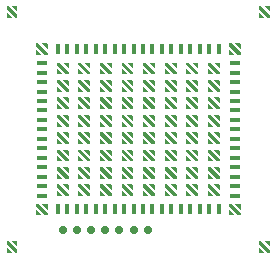
<source format=gbr>
%MOMM*%
%FSDAN2X34Y34*%
%AMROTREC*4,1,5,$1,$2,$3,$4,$5,$6,$7,$8,$9,$10,$11,$12,$13*%
%ADD10C,0.0254000*%
%ADD11C,0.1500000*%
%ADD12C,0.7200000*%
%ADD13C,0.8000000*%
%ADD14C,0.9000000*%
%ADD15C,1.0000000*%
%ADD16C,1.1000000*%
%ADD17R,0.9200000X0.4200000*%
%ADD18R,1.0000000X0.5000000*%
%ADD19R,1.1000000X0.6000000*%
%ADD20R,0.4200000X0.9200000*%
%ADD21R,0.5000000X1.0000000*%
%ADD22R,0.9000000X1.0000000*%
%ADD23R,1.0000000X1.0000000*%
%ADD24R,0.6000000X1.1000000*%
%ADD25R,1.0000000X1.1000000*%
%ADD26R,1.1000000X1.1000000*%
%ADD27R,14.0000000X11.5000000*%
G90*G71*G01*D02*G36*X-0109875Y0104500D02*X-0102500Y0097125D01*Y0094500*
X-0104125*X-0111500Y0101875*Y0104500*X-0109875*G37*G36*X-0111500Y0099025D02*
X-0106975Y0094500D01*X-0111250*X-0111500Y0094750*Y0099025*G37*G36*
X-0102500Y0099975D02*X-0107025Y0104500D01*X-0102775*X-0102500Y0104225*Y0099975*
G37*G36*X-0084675Y0072800D02*X-0076800Y0064925D01*Y0062800*X-0078925*
X-0086800Y0070675*Y0072800*X-0084675*G37*G36*X-0086800Y0067825D02*
X-0081775Y0062800D01*X-0086025*X-0086800Y0063575*Y0067825*G37*G36*
X-0076800Y0067775D02*X-0081825Y0072800D01*X-0077575*X-0076800Y0072025*Y0067775*
G37*G36*X0078925Y0072800D02*X0086800Y0064925D01*Y0062800*X0084675*
X0076800Y0070675*Y0072800*X0078925*G37*G36*X0076800Y0067825D02*
X0081825Y0062800D01*X0077575*X0076800Y0063575*Y0067825*G37*G36*
X0086800Y0067775D02*X0081775Y0072800D01*X0086025*X0086800Y0072025*Y0067775*G37*
G36*X-0084675Y-0062800D02*X-0076800Y-0070675D01*Y-0072800*X-0078925*
X-0086800Y-0064925*Y-0062800*X-0084675*G37*G36*X-0086800Y-0067775D02*
X-0081775Y-0072800D01*X-0086025*X-0086800Y-0072025*Y-0067775*G37*G36*
X-0076800Y-0067825D02*X-0081825Y-0062800D01*X-0077575*X-0076800Y-0063575*
Y-0067825*G37*G36*X0078925Y-0062800D02*X0086800Y-0070675D01*Y-0072800*X0084675*
X0076800Y-0064925*Y-0062800*X0078925*G37*G36*X0076800Y-0067775D02*
X0081825Y-0072800D01*X0077575*X0076800Y-0072025*Y-0067775*G37*G36*
X0086800Y-0067825D02*X0081775Y-0062800D01*X0086025*X0086800Y-0063575*Y-0067825*
G37*G36*X0104125Y0104500D02*X0111500Y0097125D01*Y0094500*X0109875*
X0102500Y0101875*Y0104500*X0104125*G37*G36*X0102500Y0099025D02*
X0107025Y0094500D01*X0102750*X0102500Y0094750*Y0099025*G37*G36*
X0111500Y0099975D02*X0106975Y0104500D01*X0111225*X0111500Y0104225*Y0099975*G37*
G36*X0104125Y-0094500D02*X0111500Y-0101875D01*Y-0104500*X0109875*
X0102500Y-0097125*Y-0094500*X0104125*G37*G36*X0102500Y-0099975D02*
X0107025Y-0104500D01*X0102750*X0102500Y-0104250*Y-0099975*G37*G36*
X0111500Y-0099025D02*X0106975Y-0094500D01*X0111225*X0111500Y-0094775*Y-0099025*
G37*G36*X-0104125Y-0104500D02*X-0111500Y-0097125D01*Y-0094500*X-0109875*
X-0102500Y-0101875*Y-0104500*X-0104125*G37*G36*X-0102500Y-0099025D02*
X-0107025Y-0094500D01*X-0102750*X-0102500Y-0094750*Y-0099025*G37*G36*
X-0111500Y-0099975D02*X-0106975Y-0104500D01*X-0111225*X-0111500Y-0104225*
Y-0099975*G37*G36*X-0066750Y-0046625D02*X-0058875Y-0054500D01*Y-0056625*
X-0061000*X-0068875Y-0048750*Y-0046625*X-0066750*G37*G36*X-0068875Y-0051600D02*
X-0063850Y-0056625D01*X-0068100*X-0068875Y-0055850*Y-0051600*G37*G36*
X-0058875Y-0051650D02*X-0063900Y-0046625D01*X-0059650*X-0058875Y-0047400*
Y-0051650*G37*G36*X-0066750Y-0031875D02*X-0058875Y-0039750D01*Y-0041875*
X-0061000*X-0068875Y-0034000*Y-0031875*X-0066750*G37*G36*X-0068875Y-0036850D02*
X-0063850Y-0041875D01*X-0068100*X-0068875Y-0041100*Y-0036850*G37*G36*
X-0058875Y-0036900D02*X-0063900Y-0031875D01*X-0059650*X-0058875Y-0032650*
Y-0036900*G37*G36*X-0066750Y-0017125D02*X-0058875Y-0025000D01*Y-0027125*
X-0061000*X-0068875Y-0019250*Y-0017125*X-0066750*G37*G36*X-0068875Y-0022100D02*
X-0063850Y-0027125D01*X-0068100*X-0068875Y-0026350*Y-0022100*G37*G36*
X-0058875Y-0022150D02*X-0063900Y-0017125D01*X-0059650*X-0058875Y-0017900*
Y-0022150*G37*G36*X-0066750Y-0002375D02*X-0058875Y-0010250D01*Y-0012375*
X-0061000*X-0068875Y-0004500*Y-0002375*X-0066750*G37*G36*X-0068875Y-0007350D02*
X-0063850Y-0012375D01*X-0068100*X-0068875Y-0011600*Y-0007350*G37*G36*
X-0058875Y-0007400D02*X-0063900Y-0002375D01*X-0059650*X-0058875Y-0003150*
Y-0007400*G37*G36*X-0066750Y0012375D02*X-0058875Y0004500D01*Y0002375*X-0061000*
X-0068875Y0010250*Y0012375*X-0066750*G37*G36*X-0068875Y0007400D02*
X-0063850Y0002375D01*X-0068100*X-0068875Y0003150*Y0007400*G37*G36*
X-0058875Y0007350D02*X-0063900Y0012375D01*X-0059650*X-0058875Y0011600*Y0007350*
G37*G36*X-0066750Y0027125D02*X-0058875Y0019250D01*Y0017125*X-0061000*
X-0068875Y0025000*Y0027125*X-0066750*G37*G36*X-0068875Y0022150D02*
X-0063850Y0017125D01*X-0068100*X-0068875Y0017900*Y0022150*G37*G36*
X-0058875Y0022100D02*X-0063900Y0027125D01*X-0059650*X-0058875Y0026350*Y0022100*
G37*G36*X-0066750Y0041875D02*X-0058875Y0034000D01*Y0031875*X-0061000*
X-0068875Y0039750*Y0041875*X-0066750*G37*G36*X-0068875Y0036900D02*
X-0063850Y0031875D01*X-0068100*X-0068875Y0032650*Y0036900*G37*G36*
X-0058875Y0036850D02*X-0063900Y0041875D01*X-0059650*X-0058875Y0041100*Y0036850*
G37*G36*X-0066750Y0056625D02*X-0058875Y0048750D01*Y0046625*X-0061000*
X-0068875Y0054500*Y0056625*X-0066750*G37*G36*X-0068875Y0051650D02*
X-0063850Y0046625D01*X-0068100*X-0068875Y0047400*Y0051650*G37*G36*
X-0058875Y0051600D02*X-0063900Y0056625D01*X-0059650*X-0058875Y0055850*Y0051600*
G37*G36*X-0048500Y0056625D02*X-0040625Y0048750D01*Y0046625*X-0042750*
X-0050625Y0054500*Y0056625*X-0048500*G37*G36*X-0050625Y0051650D02*
X-0045600Y0046625D01*X-0049850*X-0050625Y0047400*Y0051650*G37*G36*
X-0040625Y0051600D02*X-0045650Y0056625D01*X-0041400*X-0040625Y0055850*Y0051600*
G37*G36*X-0048500Y0041875D02*X-0040625Y0034000D01*Y0031875*X-0042750*
X-0050625Y0039750*Y0041875*X-0048500*G37*G36*X-0050625Y0036900D02*
X-0045600Y0031875D01*X-0049850*X-0050625Y0032650*Y0036900*G37*G36*
X-0040625Y0036850D02*X-0045650Y0041875D01*X-0041400*X-0040625Y0041100*Y0036850*
G37*G36*X-0048500Y0027125D02*X-0040625Y0019250D01*Y0017125*X-0042750*
X-0050625Y0025000*Y0027125*X-0048500*G37*G36*X-0050625Y0022150D02*
X-0045600Y0017125D01*X-0049850*X-0050625Y0017900*Y0022150*G37*G36*
X-0040625Y0022100D02*X-0045650Y0027125D01*X-0041400*X-0040625Y0026350*Y0022100*
G37*G36*X-0048500Y0012375D02*X-0040625Y0004500D01*Y0002375*X-0042750*
X-0050625Y0010250*Y0012375*X-0048500*G37*G36*X-0050625Y0007400D02*
X-0045600Y0002375D01*X-0049850*X-0050625Y0003150*Y0007400*G37*G36*
X-0040625Y0007350D02*X-0045650Y0012375D01*X-0041400*X-0040625Y0011600*Y0007350*
G37*G36*X-0048500Y-0002375D02*X-0040625Y-0010250D01*Y-0012375*X-0042750*
X-0050625Y-0004500*Y-0002375*X-0048500*G37*G36*X-0050625Y-0007350D02*
X-0045600Y-0012375D01*X-0049850*X-0050625Y-0011600*Y-0007350*G37*G36*
X-0040625Y-0007400D02*X-0045650Y-0002375D01*X-0041400*X-0040625Y-0003150*
Y-0007400*G37*G36*X-0048500Y-0017125D02*X-0040625Y-0025000D01*Y-0027125*
X-0042750*X-0050625Y-0019250*Y-0017125*X-0048500*G37*G36*X-0050625Y-0022100D02*
X-0045600Y-0027125D01*X-0049850*X-0050625Y-0026350*Y-0022100*G37*G36*
X-0040625Y-0022150D02*X-0045650Y-0017125D01*X-0041400*X-0040625Y-0017900*
Y-0022150*G37*G36*X-0048500Y-0031875D02*X-0040625Y-0039750D01*Y-0041875*
X-0042750*X-0050625Y-0034000*Y-0031875*X-0048500*G37*G36*X-0050625Y-0036850D02*
X-0045600Y-0041875D01*X-0049850*X-0050625Y-0041100*Y-0036850*G37*G36*
X-0040625Y-0036900D02*X-0045650Y-0031875D01*X-0041400*X-0040625Y-0032650*
Y-0036900*G37*G36*X-0048500Y-0046625D02*X-0040625Y-0054500D01*Y-0056625*
X-0042750*X-0050625Y-0048750*Y-0046625*X-0048500*G37*G36*X-0050625Y-0051600D02*
X-0045600Y-0056625D01*X-0049850*X-0050625Y-0055850*Y-0051600*G37*G36*
X-0040625Y-0051650D02*X-0045650Y-0046625D01*X-0041400*X-0040625Y-0047400*
Y-0051650*G37*G36*X-0030250Y-0046625D02*X-0022375Y-0054500D01*Y-0056625*
X-0024500*X-0032375Y-0048750*Y-0046625*X-0030250*G37*G36*X-0032375Y-0051600D02*
X-0027350Y-0056625D01*X-0031600*X-0032375Y-0055850*Y-0051600*G37*G36*
X-0022375Y-0051650D02*X-0027400Y-0046625D01*X-0023150*X-0022375Y-0047400*
Y-0051650*G37*G36*X-0012000Y-0046625D02*X-0004125Y-0054500D01*Y-0056625*
X-0006250*X-0014125Y-0048750*Y-0046625*X-0012000*G37*G36*X-0014125Y-0051600D02*
X-0009100Y-0056625D01*X-0013350*X-0014125Y-0055850*Y-0051600*G37*G36*
X-0004125Y-0051650D02*X-0009150Y-0046625D01*X-0004900*X-0004125Y-0047400*
Y-0051650*G37*G36*X0006250Y-0046625D02*X0014125Y-0054500D01*Y-0056625*X0012000*
X0004125Y-0048750*Y-0046625*X0006250*G37*G36*X0004125Y-0051600D02*
X0009150Y-0056625D01*X0004900*X0004125Y-0055850*Y-0051600*G37*G36*
X0014125Y-0051650D02*X0009100Y-0046625D01*X0013350*X0014125Y-0047400*Y-0051650*
G37*G36*X0024500Y-0046625D02*X0032375Y-0054500D01*Y-0056625*X0030250*
X0022375Y-0048750*Y-0046625*X0024500*G37*G36*X0022375Y-0051600D02*
X0027400Y-0056625D01*X0023150*X0022375Y-0055850*Y-0051600*G37*G36*
X0032375Y-0051650D02*X0027350Y-0046625D01*X0031600*X0032375Y-0047400*Y-0051650*
G37*G36*X-0030250Y-0031875D02*X-0022375Y-0039750D01*Y-0041875*X-0024500*
X-0032375Y-0034000*Y-0031875*X-0030250*G37*G36*X-0032375Y-0036850D02*
X-0027350Y-0041875D01*X-0031600*X-0032375Y-0041100*Y-0036850*G37*G36*
X-0022375Y-0036900D02*X-0027400Y-0031875D01*X-0023150*X-0022375Y-0032650*
Y-0036900*G37*G36*X-0012000Y-0031875D02*X-0004125Y-0039750D01*Y-0041875*
X-0006250*X-0014125Y-0034000*Y-0031875*X-0012000*G37*G36*X-0014125Y-0036850D02*
X-0009100Y-0041875D01*X-0013350*X-0014125Y-0041100*Y-0036850*G37*G36*
X-0004125Y-0036900D02*X-0009150Y-0031875D01*X-0004900*X-0004125Y-0032650*
Y-0036900*G37*G36*X0006250Y-0031875D02*X0014125Y-0039750D01*Y-0041875*X0012000*
X0004125Y-0034000*Y-0031875*X0006250*G37*G36*X0004125Y-0036850D02*
X0009150Y-0041875D01*X0004900*X0004125Y-0041100*Y-0036850*G37*G36*
X0014125Y-0036900D02*X0009100Y-0031875D01*X0013350*X0014125Y-0032650*Y-0036900*
G37*G36*X-0030250Y-0017125D02*X-0022375Y-0025000D01*Y-0027125*X-0024500*
X-0032375Y-0019250*Y-0017125*X-0030250*G37*G36*X-0032375Y-0022100D02*
X-0027350Y-0027125D01*X-0031600*X-0032375Y-0026350*Y-0022100*G37*G36*
X-0022375Y-0022150D02*X-0027400Y-0017125D01*X-0023150*X-0022375Y-0017900*
Y-0022150*G37*G36*X-0012000Y-0017125D02*X-0004125Y-0025000D01*Y-0027125*
X-0006250*X-0014125Y-0019250*Y-0017125*X-0012000*G37*G36*X-0014125Y-0022100D02*
X-0009100Y-0027125D01*X-0013350*X-0014125Y-0026350*Y-0022100*G37*G36*
X-0004125Y-0022150D02*X-0009150Y-0017125D01*X-0004900*X-0004125Y-0017900*
Y-0022150*G37*G36*X0006250Y-0017125D02*X0014125Y-0025000D01*Y-0027125*X0012000*
X0004125Y-0019250*Y-0017125*X0006250*G37*G36*X0004125Y-0022100D02*
X0009150Y-0027125D01*X0004900*X0004125Y-0026350*Y-0022100*G37*G36*
X0014125Y-0022150D02*X0009100Y-0017125D01*X0013350*X0014125Y-0017900*Y-0022150*
G37*G36*X0024500Y-0017125D02*X0032375Y-0025000D01*Y-0027125*X0030250*
X0022375Y-0019250*Y-0017125*X0024500*G37*G36*X0022375Y-0022100D02*
X0027400Y-0027125D01*X0023150*X0022375Y-0026350*Y-0022100*G37*G36*
X0032375Y-0022150D02*X0027350Y-0017125D01*X0031600*X0032375Y-0017900*Y-0022150*
G37*G36*X0024500Y-0031875D02*X0032375Y-0039750D01*Y-0041875*X0030250*
X0022375Y-0034000*Y-0031875*X0024500*G37*G36*X0022375Y-0036850D02*
X0027400Y-0041875D01*X0023150*X0022375Y-0041100*Y-0036850*G37*G36*
X0032375Y-0036900D02*X0027350Y-0031875D01*X0031600*X0032375Y-0032650*Y-0036900*
G37*G36*X0042750Y-0046625D02*X0050625Y-0054500D01*Y-0056625*X0048500*
X0040625Y-0048750*Y-0046625*X0042750*G37*G36*X0040625Y-0051600D02*
X0045650Y-0056625D01*X0041400*X0040625Y-0055850*Y-0051600*G37*G36*
X0050625Y-0051650D02*X0045600Y-0046625D01*X0049850*X0050625Y-0047400*Y-0051650*
G37*G36*X0061000Y-0046625D02*X0068875Y-0054500D01*Y-0056625*X0066750*
X0058875Y-0048750*Y-0046625*X0061000*G37*G36*X0058875Y-0051600D02*
X0063900Y-0056625D01*X0059650*X0058875Y-0055850*Y-0051600*G37*G36*
X0068875Y-0051650D02*X0063850Y-0046625D01*X0068100*X0068875Y-0047400*Y-0051650*
G37*G36*X0042750Y-0031875D02*X0050625Y-0039750D01*Y-0041875*X0048500*
X0040625Y-0034000*Y-0031875*X0042750*G37*G36*X0040625Y-0036850D02*
X0045650Y-0041875D01*X0041400*X0040625Y-0041100*Y-0036850*G37*G36*
X0050625Y-0036900D02*X0045600Y-0031875D01*X0049850*X0050625Y-0032650*Y-0036900*
G37*G36*X0061000Y-0031875D02*X0068875Y-0039750D01*Y-0041875*X0066750*
X0058875Y-0034000*Y-0031875*X0061000*G37*G36*X0058875Y-0036850D02*
X0063900Y-0041875D01*X0059650*X0058875Y-0041100*Y-0036850*G37*G36*
X0068875Y-0036900D02*X0063850Y-0031875D01*X0068100*X0068875Y-0032650*Y-0036900*
G37*G36*X0042750Y-0017125D02*X0050625Y-0025000D01*Y-0027125*X0048500*
X0040625Y-0019250*Y-0017125*X0042750*G37*G36*X0040625Y-0022100D02*
X0045650Y-0027125D01*X0041400*X0040625Y-0026350*Y-0022100*G37*G36*
X0050625Y-0022150D02*X0045600Y-0017125D01*X0049850*X0050625Y-0017900*Y-0022150*
G37*G36*X0061000Y-0017125D02*X0068875Y-0025000D01*Y-0027125*X0066750*
X0058875Y-0019250*Y-0017125*X0061000*G37*G36*X0058875Y-0022100D02*
X0063900Y-0027125D01*X0059650*X0058875Y-0026350*Y-0022100*G37*G36*
X0068875Y-0022150D02*X0063850Y-0017125D01*X0068100*X0068875Y-0017900*Y-0022150*
G37*G36*X0061000Y-0002375D02*X0068875Y-0010250D01*Y-0012375*X0066750*
X0058875Y-0004500*Y-0002375*X0061000*G37*G36*X0058875Y-0007350D02*
X0063900Y-0012375D01*X0059650*X0058875Y-0011600*Y-0007350*G37*G36*
X0068875Y-0007400D02*X0063850Y-0002375D01*X0068100*X0068875Y-0003150*Y-0007400*
G37*G36*X0042750Y-0002375D02*X0050625Y-0010250D01*Y-0012375*X0048500*
X0040625Y-0004500*Y-0002375*X0042750*G37*G36*X0040625Y-0007350D02*
X0045650Y-0012375D01*X0041400*X0040625Y-0011600*Y-0007350*G37*G36*
X0050625Y-0007400D02*X0045600Y-0002375D01*X0049850*X0050625Y-0003150*Y-0007400*
G37*G36*X0061000Y0012375D02*X0068875Y0004500D01*Y0002375*X0066750*
X0058875Y0010250*Y0012375*X0061000*G37*G36*X0058875Y0007400D02*
X0063900Y0002375D01*X0059650*X0058875Y0003150*Y0007400*G37*G36*
X0068875Y0007350D02*X0063850Y0012375D01*X0068100*X0068875Y0011600*Y0007350*G37*
G36*X0042750Y0012375D02*X0050625Y0004500D01*Y0002375*X0048500*X0040625Y0010250*
Y0012375*X0042750*G37*G36*X0040625Y0007400D02*X0045650Y0002375D01*X0041400*
X0040625Y0003150*Y0007400*G37*G36*X0050625Y0007350D02*X0045600Y0012375D01*
X0049850*X0050625Y0011600*Y0007350*G37*G36*X0024500Y-0002375D02*
X0032375Y-0010250D01*Y-0012375*X0030250*X0022375Y-0004500*Y-0002375*X0024500*
G37*G36*X0022375Y-0007350D02*X0027400Y-0012375D01*X0023150*X0022375Y-0011600*
Y-0007350*G37*G36*X0032375Y-0007400D02*X0027350Y-0002375D01*X0031600*
X0032375Y-0003150*Y-0007400*G37*G36*X0006250Y-0002375D02*X0014125Y-0010250D01*
Y-0012375*X0012000*X0004125Y-0004500*Y-0002375*X0006250*G37*G36*
X0004125Y-0007350D02*X0009150Y-0012375D01*X0004900*X0004125Y-0011600*Y-0007350*
G37*G36*X0014125Y-0007400D02*X0009100Y-0002375D01*X0013350*X0014125Y-0003150*
Y-0007400*G37*G36*X-0012000Y-0002375D02*X-0004125Y-0010250D01*Y-0012375*
X-0006250*X-0014125Y-0004500*Y-0002375*X-0012000*G37*G36*X-0014125Y-0007350D02*
X-0009100Y-0012375D01*X-0013350*X-0014125Y-0011600*Y-0007350*G37*G36*
X-0004125Y-0007400D02*X-0009150Y-0002375D01*X-0004900*X-0004125Y-0003150*
Y-0007400*G37*G36*X-0030250Y-0002375D02*X-0022375Y-0010250D01*Y-0012375*
X-0024500*X-0032375Y-0004500*Y-0002375*X-0030250*G37*G36*X-0032375Y-0007350D02*
X-0027350Y-0012375D01*X-0031600*X-0032375Y-0011600*Y-0007350*G37*G36*
X-0022375Y-0007400D02*X-0027400Y-0002375D01*X-0023150*X-0022375Y-0003150*
Y-0007400*G37*G36*X-0030250Y0012375D02*X-0022375Y0004500D01*Y0002375*X-0024500*
X-0032375Y0010250*Y0012375*X-0030250*G37*G36*X-0032375Y0007400D02*
X-0027350Y0002375D01*X-0031600*X-0032375Y0003150*Y0007400*G37*G36*
X-0022375Y0007350D02*X-0027400Y0012375D01*X-0023150*X-0022375Y0011600*Y0007350*
G37*G36*X-0012000Y0012375D02*X-0004125Y0004500D01*Y0002375*X-0006250*
X-0014125Y0010250*Y0012375*X-0012000*G37*G36*X-0014125Y0007400D02*
X-0009100Y0002375D01*X-0013350*X-0014125Y0003150*Y0007400*G37*G36*
X-0004125Y0007350D02*X-0009150Y0012375D01*X-0004900*X-0004125Y0011600*Y0007350*
G37*G36*X0006250Y0012375D02*X0014125Y0004500D01*Y0002375*X0012000*
X0004125Y0010250*Y0012375*X0006250*G37*G36*X0004125Y0007400D02*
X0009150Y0002375D01*X0004900*X0004125Y0003150*Y0007400*G37*G36*
X0014125Y0007350D02*X0009100Y0012375D01*X0013350*X0014125Y0011600*Y0007350*G37*
G36*X0024500Y0012375D02*X0032375Y0004500D01*Y0002375*X0030250*X0022375Y0010250*
Y0012375*X0024500*G37*G36*X0022375Y0007400D02*X0027400Y0002375D01*X0023150*
X0022375Y0003150*Y0007400*G37*G36*X0032375Y0007350D02*X0027350Y0012375D01*
X0031600*X0032375Y0011600*Y0007350*G37*G36*X-0030250Y0027125D02*
X-0022375Y0019250D01*Y0017125*X-0024500*X-0032375Y0025000*Y0027125*X-0030250*
G37*G36*X-0032375Y0022150D02*X-0027350Y0017125D01*X-0031600*X-0032375Y0017900*
Y0022150*G37*G36*X-0022375Y0022100D02*X-0027400Y0027125D01*X-0023150*
X-0022375Y0026350*Y0022100*G37*G36*X-0030250Y0041875D02*X-0022375Y0034000D01*
Y0031875*X-0024500*X-0032375Y0039750*Y0041875*X-0030250*G37*G36*
X-0032375Y0036900D02*X-0027350Y0031875D01*X-0031600*X-0032375Y0032650*Y0036900*
G37*G36*X-0022375Y0036850D02*X-0027400Y0041875D01*X-0023150*X-0022375Y0041100*
Y0036850*G37*G36*X-0030250Y0056625D02*X-0022375Y0048750D01*Y0046625*X-0024500*
X-0032375Y0054500*Y0056625*X-0030250*G37*G36*X-0032375Y0051650D02*
X-0027350Y0046625D01*X-0031600*X-0032375Y0047400*Y0051650*G37*G36*
X-0022375Y0051600D02*X-0027400Y0056625D01*X-0023150*X-0022375Y0055850*Y0051600*
G37*G36*X-0012000Y0056625D02*X-0004125Y0048750D01*Y0046625*X-0006250*
X-0014125Y0054500*Y0056625*X-0012000*G37*G36*X-0014125Y0051650D02*
X-0009100Y0046625D01*X-0013350*X-0014125Y0047400*Y0051650*G37*G36*
X-0004125Y0051600D02*X-0009150Y0056625D01*X-0004900*X-0004125Y0055850*Y0051600*
G37*G36*X-0012000Y0041875D02*X-0004125Y0034000D01*Y0031875*X-0006250*
X-0014125Y0039750*Y0041875*X-0012000*G37*G36*X-0014125Y0036900D02*
X-0009100Y0031875D01*X-0013350*X-0014125Y0032650*Y0036900*G37*G36*
X-0004125Y0036850D02*X-0009150Y0041875D01*X-0004900*X-0004125Y0041100*Y0036850*
G37*G36*X-0012000Y0027125D02*X-0004125Y0019250D01*Y0017125*X-0006250*
X-0014125Y0025000*Y0027125*X-0012000*G37*G36*X-0014125Y0022150D02*
X-0009100Y0017125D01*X-0013350*X-0014125Y0017900*Y0022150*G37*G36*
X-0004125Y0022100D02*X-0009150Y0027125D01*X-0004900*X-0004125Y0026350*Y0022100*
G37*G36*X0006250Y0027125D02*X0014125Y0019250D01*Y0017125*X0012000*
X0004125Y0025000*Y0027125*X0006250*G37*G36*X0004125Y0022150D02*
X0009150Y0017125D01*X0004900*X0004125Y0017900*Y0022150*G37*G36*
X0014125Y0022100D02*X0009100Y0027125D01*X0013350*X0014125Y0026350*Y0022100*G37*
G36*X0006250Y0041875D02*X0014125Y0034000D01*Y0031875*X0012000*X0004125Y0039750*
Y0041875*X0006250*G37*G36*X0004125Y0036900D02*X0009150Y0031875D01*X0004900*
X0004125Y0032650*Y0036900*G37*G36*X0014125Y0036850D02*X0009100Y0041875D01*
X0013350*X0014125Y0041100*Y0036850*G37*G36*X0006250Y0056625D02*
X0014125Y0048750D01*Y0046625*X0012000*X0004125Y0054500*Y0056625*X0006250*G37*
G36*X0004125Y0051650D02*X0009150Y0046625D01*X0004900*X0004125Y0047400*Y0051650*
G37*G36*X0014125Y0051600D02*X0009100Y0056625D01*X0013350*X0014125Y0055850*
Y0051600*G37*G36*X0024500Y0027125D02*X0032375Y0019250D01*Y0017125*X0030250*
X0022375Y0025000*Y0027125*X0024500*G37*G36*X0022375Y0022150D02*
X0027400Y0017125D01*X0023150*X0022375Y0017900*Y0022150*G37*G36*
X0032375Y0022100D02*X0027350Y0027125D01*X0031600*X0032375Y0026350*Y0022100*G37*
G36*X0024500Y0041875D02*X0032375Y0034000D01*Y0031875*X0030250*X0022375Y0039750*
Y0041875*X0024500*G37*G36*X0022375Y0036900D02*X0027400Y0031875D01*X0023150*
X0022375Y0032650*Y0036900*G37*G36*X0032375Y0036850D02*X0027350Y0041875D01*
X0031600*X0032375Y0041100*Y0036850*G37*G36*X0024500Y0056625D02*
X0032375Y0048750D01*Y0046625*X0030250*X0022375Y0054500*Y0056625*X0024500*G37*
G36*X0022375Y0051650D02*X0027400Y0046625D01*X0023150*X0022375Y0047400*Y0051650*
G37*G36*X0032375Y0051600D02*X0027350Y0056625D01*X0031600*X0032375Y0055850*
Y0051600*G37*G36*X0042750Y0056625D02*X0050625Y0048750D01*Y0046625*X0048500*
X0040625Y0054500*Y0056625*X0042750*G37*G36*X0040625Y0051650D02*
X0045650Y0046625D01*X0041400*X0040625Y0047400*Y0051650*G37*G36*
X0050625Y0051600D02*X0045600Y0056625D01*X0049850*X0050625Y0055850*Y0051600*G37*
G36*X0042750Y0041875D02*X0050625Y0034000D01*Y0031875*X0048500*X0040625Y0039750*
Y0041875*X0042750*G37*G36*X0040625Y0036900D02*X0045650Y0031875D01*X0041400*
X0040625Y0032650*Y0036900*G37*G36*X0050625Y0036850D02*X0045600Y0041875D01*
X0049850*X0050625Y0041100*Y0036850*G37*G36*X0042750Y0027125D02*
X0050625Y0019250D01*Y0017125*X0048500*X0040625Y0025000*Y0027125*X0042750*G37*
G36*X0040625Y0022150D02*X0045650Y0017125D01*X0041400*X0040625Y0017900*Y0022150*
G37*G36*X0050625Y0022100D02*X0045600Y0027125D01*X0049850*X0050625Y0026350*
Y0022100*G37*G36*X0061000Y0027125D02*X0068875Y0019250D01*Y0017125*X0066750*
X0058875Y0025000*Y0027125*X0061000*G37*G36*X0058875Y0022150D02*
X0063900Y0017125D01*X0059650*X0058875Y0017900*Y0022150*G37*G36*
X0068875Y0022100D02*X0063850Y0027125D01*X0068100*X0068875Y0026350*Y0022100*G37*
G36*X0061000Y0041875D02*X0068875Y0034000D01*Y0031875*X0066750*X0058875Y0039750*
Y0041875*X0061000*G37*G36*X0058875Y0036900D02*X0063900Y0031875D01*X0059650*
X0058875Y0032650*Y0036900*G37*G36*X0068875Y0036850D02*X0063850Y0041875D01*
X0068100*X0068875Y0041100*Y0036850*G37*G36*X0061000Y0056625D02*
X0068875Y0048750D01*Y0046625*X0066750*X0058875Y0054500*Y0056625*X0061000*G37*
G36*X0058875Y0051650D02*X0063900Y0046625D01*X0059650*X0058875Y0047400*Y0051650*
G37*G36*X0068875Y0051600D02*X0063850Y0056625D01*X0068100*X0068875Y0055850*
Y0051600*G37*G54D20*X-0004000Y-0067800D03*X0004000D03*X0012000D03*X-0012000D03*
X-0020000D03*X0020000D03*X-0028000D03*X0028000D03*X0036000D03*X-0036000D03*
X-0044000D03*X-0052000D03*X-0060000D03*X-0068000D03*X0044000D03*X0052000D03*
X0060000D03*X0068000D03*X-0004000Y0067800D03*X0004000D03*X0012000D03*
X0020000D03*X0028000D03*X0036000D03*X0044000D03*X0052000D03*X0060000D03*
X0068000D03*X-0012000D03*X-0020000D03*X-0028000D03*X-0036000D03*X-0044000D03*
X-0052000D03*X-0060000D03*X-0068000D03*G54D17*X-0081800Y-0056000D03*
Y-0048000D03*Y-0040000D03*Y-0032000D03*Y-0024000D03*Y-0016000D03*Y-0008000D03*
Y0000000D03*Y0008000D03*Y0016000D03*Y0024000D03*Y0032000D03*Y0040000D03*
Y0048000D03*Y0056000D03*X0081800D03*Y0048000D03*Y0040000D03*Y0032000D03*
Y0024000D03*Y0016000D03*Y0008000D03*Y0000000D03*Y-0008000D03*Y-0016000D03*
Y-0024000D03*Y-0032000D03*Y-0040000D03*Y-0048000D03*Y-0056000D03*G54D12*
X-0064000Y-0084800D03*X-0052000D03*X-0040000D03*X-0028000D03*X-0016000D03*
X-0004000D03*X0008000D03*M02*

</source>
